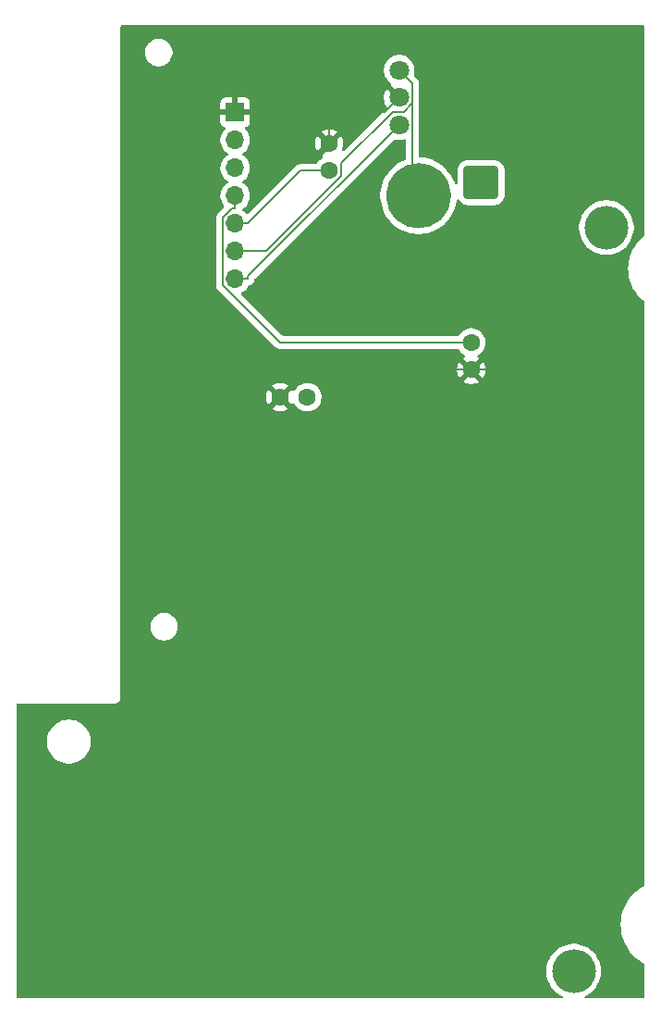
<source format=gbr>
%TF.GenerationSoftware,KiCad,Pcbnew,9.0.0*%
%TF.CreationDate,2025-04-14T10:39:45-04:00*%
%TF.ProjectId,rightPCB,72696768-7450-4434-922e-6b696361645f,rev?*%
%TF.SameCoordinates,Original*%
%TF.FileFunction,Copper,L2,Bot*%
%TF.FilePolarity,Positive*%
%FSLAX46Y46*%
G04 Gerber Fmt 4.6, Leading zero omitted, Abs format (unit mm)*
G04 Created by KiCad (PCBNEW 9.0.0) date 2025-04-14 10:39:45*
%MOMM*%
%LPD*%
G01*
G04 APERTURE LIST*
G04 Aperture macros list*
%AMRoundRect*
0 Rectangle with rounded corners*
0 $1 Rounding radius*
0 $2 $3 $4 $5 $6 $7 $8 $9 X,Y pos of 4 corners*
0 Add a 4 corners polygon primitive as box body*
4,1,4,$2,$3,$4,$5,$6,$7,$8,$9,$2,$3,0*
0 Add four circle primitives for the rounded corners*
1,1,$1+$1,$2,$3*
1,1,$1+$1,$4,$5*
1,1,$1+$1,$6,$7*
1,1,$1+$1,$8,$9*
0 Add four rect primitives between the rounded corners*
20,1,$1+$1,$2,$3,$4,$5,0*
20,1,$1+$1,$4,$5,$6,$7,0*
20,1,$1+$1,$6,$7,$8,$9,0*
20,1,$1+$1,$8,$9,$2,$3,0*%
G04 Aperture macros list end*
%TA.AperFunction,Conductor*%
%ADD10C,3.000000*%
%TD*%
%TA.AperFunction,ComponentPad*%
%ADD11C,1.600000*%
%TD*%
%TA.AperFunction,ComponentPad*%
%ADD12R,1.700000X1.700000*%
%TD*%
%TA.AperFunction,ComponentPad*%
%ADD13O,1.700000X1.700000*%
%TD*%
%TA.AperFunction,ComponentPad*%
%ADD14RoundRect,0.465000X1.185000X-1.085000X1.185000X1.085000X-1.185000X1.085000X-1.185000X-1.085000X0*%
%TD*%
%TA.AperFunction,ComponentPad*%
%ADD15C,1.800000*%
%TD*%
%TA.AperFunction,ComponentPad*%
%ADD16O,4.000000X4.000000*%
%TD*%
%TA.AperFunction,ViaPad*%
%ADD17C,0.600000*%
%TD*%
%TA.AperFunction,Conductor*%
%ADD18C,0.200000*%
%TD*%
G04 APERTURE END LIST*
D10*
%TO.N,/Brightness_B*%
X218682550Y-76086000D02*
G75*
G02*
X215682350Y-76086000I-1500100J0D01*
G01*
X215682350Y-76086000D02*
G75*
G02*
X218682550Y-76086000I1500100J0D01*
G01*
%TO.N,GND*%
X215761550Y-104280000D02*
G75*
G02*
X212761350Y-104280000I-1500100J0D01*
G01*
X212761350Y-104280000D02*
G75*
G02*
X215761550Y-104280000I1500100J0D01*
G01*
X231763550Y-92469000D02*
G75*
G02*
X228763350Y-92469000I-1500100J0D01*
G01*
X228763350Y-92469000D02*
G75*
G02*
X231763550Y-92469000I1500100J0D01*
G01*
%TD*%
D11*
%TO.P,C2,1*%
%TO.N,GND*%
X204500000Y-94500000D03*
%TO.P,C2,2*%
%TO.N,/1*%
X207000000Y-94500000D03*
%TD*%
D12*
%TO.P,J1,1,Pin_1*%
%TO.N,GND*%
X200390600Y-68464100D03*
D13*
%TO.P,J1,2,Pin_2*%
%TO.N,/3v3*%
X200390600Y-71004100D03*
%TO.P,J1,3,Pin_3*%
%TO.N,/1*%
X200390600Y-73544100D03*
%TO.P,J1,4,Pin_4*%
%TO.N,/2*%
X200390600Y-76084100D03*
%TO.P,J1,5,Pin_5*%
%TO.N,/Start*%
X200390600Y-78624100D03*
%TO.P,J1,6,Pin_6*%
%TO.N,/Brightness_B*%
X200390600Y-81164100D03*
%TO.P,J1,7,Pin_7*%
%TO.N,/Brightness_A*%
X200390600Y-83704100D03*
%TD*%
D11*
%TO.P,C3,1*%
%TO.N,GND*%
X222000000Y-92000000D03*
%TO.P,C3,2*%
%TO.N,/2*%
X222000000Y-89500000D03*
%TD*%
%TO.P,C1,1*%
%TO.N,GND*%
X209000000Y-71300000D03*
%TO.P,C1,2*%
%TO.N,/Start*%
X209000000Y-73800000D03*
%TD*%
D14*
%TO.P,SW5,*%
%TO.N,*%
X222900000Y-74900000D03*
D15*
%TO.P,SW5,A,A*%
%TO.N,/Brightness_A*%
X215400000Y-69600000D03*
%TO.P,SW5,B,B*%
%TO.N,/Brightness_B*%
X215400000Y-64600000D03*
%TO.P,SW5,C,C*%
%TO.N,GND*%
X215400000Y-67100000D03*
%TD*%
D16*
%TO.P,Pad_gge24780,1*%
%TO.N,N/C*%
X234391500Y-78999900D03*
%TD*%
%TO.P,Pad_gge24769,1*%
%TO.N,N/C*%
X231391500Y-147000000D03*
%TD*%
D17*
%TO.N,GND*%
X228226000Y-95331500D03*
%TD*%
D18*
%TO.N,GND*%
X222000000Y-92000000D02*
X224894000Y-92000000D01*
X207000000Y-92000000D02*
X222000000Y-92000000D01*
X214036000Y-68464100D02*
X215400000Y-67100000D01*
X209000000Y-71300000D02*
X209000000Y-68464100D01*
X200391000Y-68464100D02*
X209000000Y-68464100D01*
X209000000Y-68464100D02*
X214036000Y-68464100D01*
X204500000Y-94500000D02*
X207000000Y-92000000D01*
X224894000Y-92000000D02*
X228226000Y-95331500D01*
%TO.N,/Start*%
X200391000Y-78624100D02*
X201542000Y-78624100D01*
X206366000Y-73800000D02*
X209000000Y-73800000D01*
X200391000Y-78624100D02*
X200390600Y-78624100D01*
X201542000Y-78624100D02*
X206366000Y-73800000D01*
%TO.N,/2*%
X200103000Y-77235800D02*
X199233000Y-78105900D01*
X199233000Y-78105900D02*
X199233000Y-84243000D01*
X200391000Y-77235800D02*
X200103000Y-77235800D01*
X200391000Y-76659900D02*
X200391000Y-77235800D01*
X200391000Y-76084100D02*
X200391000Y-76659900D01*
X200390600Y-76659500D02*
X200390600Y-76084100D01*
X200391000Y-76659900D02*
X200390600Y-76659500D01*
X204490000Y-89500000D02*
X222000000Y-89500000D01*
X199233000Y-84243000D02*
X204490000Y-89500000D01*
%TO.N,/Brightness_A*%
X200391000Y-83704100D02*
X201542000Y-83704100D01*
X200391000Y-83704100D02*
X200390600Y-83704100D01*
X201542000Y-83457700D02*
X215400000Y-69600000D01*
X201542000Y-83704100D02*
X201542000Y-83457700D01*
%TO.N,/Brightness_B*%
X215400000Y-64600000D02*
X216625000Y-65825400D01*
X210102000Y-74256400D02*
X203194000Y-81164100D01*
X216625000Y-67579100D02*
X215806000Y-68398300D01*
X216625000Y-67579100D02*
X216625000Y-75143350D01*
X215806000Y-68398300D02*
X214814000Y-68398300D01*
X216625000Y-65825400D02*
X216625000Y-67579100D01*
X200391000Y-81164100D02*
X200390600Y-81164100D01*
X203194000Y-81164100D02*
X200391000Y-81164100D01*
X210102000Y-73110800D02*
X210102000Y-74256400D01*
X216625000Y-75143350D02*
X215682350Y-76086000D01*
X214814000Y-68398300D02*
X210102000Y-73110800D01*
%TD*%
%TA.AperFunction,Conductor*%
%TO.N,GND*%
G36*
X237766952Y-60500696D02*
G01*
X237833990Y-60520381D01*
X237879745Y-60573185D01*
X237890950Y-60624696D01*
X237890950Y-79674542D01*
X237871265Y-79741581D01*
X237842822Y-79772621D01*
X237686876Y-79893258D01*
X237424167Y-80140194D01*
X237186352Y-80411179D01*
X237186350Y-80411181D01*
X236975624Y-80703714D01*
X236793906Y-81015129D01*
X236793906Y-81015130D01*
X236642900Y-81342507D01*
X236642895Y-81342521D01*
X236523979Y-81682867D01*
X236523978Y-81682869D01*
X236477696Y-81871915D01*
X236438242Y-82033071D01*
X236422896Y-82138861D01*
X236386481Y-82389880D01*
X236369176Y-82749998D01*
X236369176Y-82750001D01*
X236386481Y-83110120D01*
X236386482Y-83110125D01*
X236422895Y-83361139D01*
X236438243Y-83466934D01*
X236523978Y-83817128D01*
X236523981Y-83817140D01*
X236642896Y-84157479D01*
X236642901Y-84157493D01*
X236793909Y-84484877D01*
X236793911Y-84484881D01*
X236975624Y-84796286D01*
X237186348Y-85088814D01*
X237186348Y-85088815D01*
X237424167Y-85359806D01*
X237424169Y-85359808D01*
X237686874Y-85606740D01*
X237686877Y-85606742D01*
X237686885Y-85606749D01*
X237842821Y-85727377D01*
X237883803Y-85783966D01*
X237890950Y-85825456D01*
X237890950Y-139101374D01*
X237871265Y-139168413D01*
X237823735Y-139211608D01*
X237689679Y-139280664D01*
X237689667Y-139280671D01*
X237368903Y-139486678D01*
X237368896Y-139486683D01*
X237069142Y-139722283D01*
X237069142Y-139722284D01*
X236793166Y-139985298D01*
X236543440Y-140273373D01*
X236543440Y-140273374D01*
X236322238Y-140583888D01*
X236131557Y-140914040D01*
X235973140Y-141260808D01*
X235848413Y-141621066D01*
X235758500Y-141991577D01*
X235704228Y-142368940D01*
X235704228Y-142368942D01*
X235686083Y-142749739D01*
X235686083Y-142749760D01*
X235704228Y-143130557D01*
X235704228Y-143130559D01*
X235758500Y-143507922D01*
X235758501Y-143507929D01*
X235758502Y-143507931D01*
X235848411Y-143878426D01*
X235973141Y-144238693D01*
X236088109Y-144490355D01*
X236121430Y-144563293D01*
X236131561Y-144585468D01*
X236322236Y-144915608D01*
X236543439Y-145226123D01*
X236543441Y-145226125D01*
X236543441Y-145226126D01*
X236793167Y-145514201D01*
X237069131Y-145777208D01*
X237069163Y-145777235D01*
X237368886Y-146012809D01*
X237368904Y-146012821D01*
X237684957Y-146215803D01*
X237689681Y-146218837D01*
X237823735Y-146287891D01*
X237874317Y-146336088D01*
X237890950Y-146398124D01*
X237890950Y-149375500D01*
X237871265Y-149442539D01*
X237818461Y-149488294D01*
X237766950Y-149499500D01*
X232507580Y-149499500D01*
X232440541Y-149479815D01*
X232394786Y-149427011D01*
X232384842Y-149357853D01*
X232413867Y-149294297D01*
X232453779Y-149263780D01*
X232602939Y-149191948D01*
X232602939Y-149191947D01*
X232602945Y-149191945D01*
X232840748Y-149042523D01*
X233060325Y-148867416D01*
X233258916Y-148668825D01*
X233434023Y-148449248D01*
X233583445Y-148211445D01*
X233705301Y-147958408D01*
X233798060Y-147693318D01*
X233860555Y-147419509D01*
X233892000Y-147140425D01*
X233892000Y-146859575D01*
X233860555Y-146580491D01*
X233798060Y-146306682D01*
X233791484Y-146287890D01*
X233767322Y-146218837D01*
X233705301Y-146041592D01*
X233583445Y-145788555D01*
X233434023Y-145550752D01*
X233258916Y-145331175D01*
X233060325Y-145132584D01*
X232840748Y-144957477D01*
X232602945Y-144808055D01*
X232602942Y-144808053D01*
X232349911Y-144686200D01*
X232084829Y-144593443D01*
X232084817Y-144593439D01*
X231811012Y-144530945D01*
X231810994Y-144530942D01*
X231531931Y-144499500D01*
X231531925Y-144499500D01*
X231251075Y-144499500D01*
X231251068Y-144499500D01*
X230972005Y-144530942D01*
X230971987Y-144530945D01*
X230698182Y-144593439D01*
X230698170Y-144593443D01*
X230433088Y-144686200D01*
X230180057Y-144808053D01*
X229942253Y-144957476D01*
X229722675Y-145132583D01*
X229524083Y-145331175D01*
X229348976Y-145550753D01*
X229199553Y-145788557D01*
X229077700Y-146041588D01*
X228984943Y-146306670D01*
X228984939Y-146306682D01*
X228922445Y-146580487D01*
X228922442Y-146580505D01*
X228891000Y-146859568D01*
X228891000Y-147140431D01*
X228922442Y-147419494D01*
X228922445Y-147419512D01*
X228984939Y-147693317D01*
X228984943Y-147693329D01*
X229077700Y-147958411D01*
X229199553Y-148211442D01*
X229199555Y-148211445D01*
X229348977Y-148449248D01*
X229524084Y-148668825D01*
X229722675Y-148867416D01*
X229942252Y-149042523D01*
X230180055Y-149191945D01*
X230180060Y-149191948D01*
X230329221Y-149263780D01*
X230381081Y-149310602D01*
X230399394Y-149378029D01*
X230378346Y-149444653D01*
X230324620Y-149489322D01*
X230275420Y-149499500D01*
X180515950Y-149499500D01*
X180448911Y-149479815D01*
X180403156Y-149427011D01*
X180391950Y-149375500D01*
X180391950Y-125868872D01*
X183141300Y-125868872D01*
X183141300Y-126131127D01*
X183167923Y-126333339D01*
X183175530Y-126391116D01*
X183243402Y-126644418D01*
X183243405Y-126644428D01*
X183343753Y-126886690D01*
X183343758Y-126886700D01*
X183474875Y-127113803D01*
X183634518Y-127321851D01*
X183634526Y-127321860D01*
X183819940Y-127507274D01*
X183819948Y-127507281D01*
X184027996Y-127666924D01*
X184255099Y-127798041D01*
X184255109Y-127798046D01*
X184497371Y-127898394D01*
X184497381Y-127898398D01*
X184750684Y-127966270D01*
X185010680Y-128000500D01*
X185010687Y-128000500D01*
X185272913Y-128000500D01*
X185272920Y-128000500D01*
X185532916Y-127966270D01*
X185786219Y-127898398D01*
X186028497Y-127798043D01*
X186255603Y-127666924D01*
X186463651Y-127507282D01*
X186463655Y-127507277D01*
X186463660Y-127507274D01*
X186649074Y-127321860D01*
X186649077Y-127321855D01*
X186649082Y-127321851D01*
X186808724Y-127113803D01*
X186939843Y-126886697D01*
X187040198Y-126644419D01*
X187108070Y-126391116D01*
X187142300Y-126131120D01*
X187142300Y-125868880D01*
X187108070Y-125608884D01*
X187040198Y-125355581D01*
X187040194Y-125355571D01*
X186939846Y-125113309D01*
X186939841Y-125113299D01*
X186808724Y-124886196D01*
X186649081Y-124678148D01*
X186649074Y-124678140D01*
X186463660Y-124492726D01*
X186463651Y-124492718D01*
X186255603Y-124333075D01*
X186028500Y-124201958D01*
X186028490Y-124201953D01*
X185786228Y-124101605D01*
X185786221Y-124101603D01*
X185786219Y-124101602D01*
X185532916Y-124033730D01*
X185475139Y-124026123D01*
X185272927Y-123999500D01*
X185272920Y-123999500D01*
X185010680Y-123999500D01*
X185010672Y-123999500D01*
X184779572Y-124029926D01*
X184750684Y-124033730D01*
X184497381Y-124101602D01*
X184497371Y-124101605D01*
X184255109Y-124201953D01*
X184255099Y-124201958D01*
X184027996Y-124333075D01*
X183819948Y-124492718D01*
X183634518Y-124678148D01*
X183474875Y-124886196D01*
X183343758Y-125113299D01*
X183343753Y-125113309D01*
X183243405Y-125355571D01*
X183243402Y-125355581D01*
X183175530Y-125608885D01*
X183141300Y-125868872D01*
X180391950Y-125868872D01*
X180391950Y-122624500D01*
X180411635Y-122557461D01*
X180464439Y-122511706D01*
X180515950Y-122500500D01*
X189457340Y-122500500D01*
X189457342Y-122500500D01*
X189584636Y-122466392D01*
X189698764Y-122400500D01*
X189791950Y-122307314D01*
X189857842Y-122193186D01*
X189891950Y-122065892D01*
X189891950Y-115401477D01*
X192641000Y-115401477D01*
X192641000Y-115598322D01*
X192671790Y-115792726D01*
X192732617Y-115979929D01*
X192821976Y-116155305D01*
X192937672Y-116314546D01*
X193076854Y-116453728D01*
X193236095Y-116569424D01*
X193318955Y-116611643D01*
X193411470Y-116658782D01*
X193411472Y-116658782D01*
X193411475Y-116658784D01*
X193511817Y-116691387D01*
X193598673Y-116719609D01*
X193793078Y-116750400D01*
X193793083Y-116750400D01*
X193989922Y-116750400D01*
X194184326Y-116719609D01*
X194371525Y-116658784D01*
X194546905Y-116569424D01*
X194706146Y-116453728D01*
X194845328Y-116314546D01*
X194961024Y-116155305D01*
X195050384Y-115979925D01*
X195111209Y-115792726D01*
X195142000Y-115598322D01*
X195142000Y-115401477D01*
X195111209Y-115207073D01*
X195050382Y-115019870D01*
X194961023Y-114844494D01*
X194845328Y-114685254D01*
X194706146Y-114546072D01*
X194546905Y-114430376D01*
X194371529Y-114341017D01*
X194184326Y-114280190D01*
X193989922Y-114249400D01*
X193989917Y-114249400D01*
X193793083Y-114249400D01*
X193793078Y-114249400D01*
X193598673Y-114280190D01*
X193411470Y-114341017D01*
X193236094Y-114430376D01*
X193145241Y-114496385D01*
X193076854Y-114546072D01*
X193076852Y-114546074D01*
X193076851Y-114546074D01*
X192937674Y-114685251D01*
X192937674Y-114685252D01*
X192937672Y-114685254D01*
X192887985Y-114753641D01*
X192821976Y-114844494D01*
X192732617Y-115019870D01*
X192671790Y-115207073D01*
X192641000Y-115401477D01*
X189891950Y-115401477D01*
X189891950Y-94397682D01*
X203200000Y-94397682D01*
X203200000Y-94602317D01*
X203232009Y-94804417D01*
X203295244Y-94999031D01*
X203388141Y-95181350D01*
X203388147Y-95181359D01*
X203420523Y-95225921D01*
X203420524Y-95225922D01*
X204100000Y-94546446D01*
X204100000Y-94552661D01*
X204127259Y-94654394D01*
X204179920Y-94745606D01*
X204254394Y-94820080D01*
X204345606Y-94872741D01*
X204447339Y-94900000D01*
X204453553Y-94900000D01*
X203774076Y-95579474D01*
X203818650Y-95611859D01*
X204000968Y-95704755D01*
X204195582Y-95767990D01*
X204397683Y-95800000D01*
X204602317Y-95800000D01*
X204804417Y-95767990D01*
X204999031Y-95704755D01*
X205181349Y-95611859D01*
X205225921Y-95579474D01*
X204546447Y-94900000D01*
X204552661Y-94900000D01*
X204654394Y-94872741D01*
X204745606Y-94820080D01*
X204820080Y-94745606D01*
X204872741Y-94654394D01*
X204900000Y-94552661D01*
X204900000Y-94546447D01*
X205579474Y-95225921D01*
X205611859Y-95181349D01*
X205639233Y-95127624D01*
X205687207Y-95076827D01*
X205755028Y-95060031D01*
X205821163Y-95082567D01*
X205860203Y-95127621D01*
X205887713Y-95181611D01*
X206008028Y-95347213D01*
X206152786Y-95491971D01*
X206273226Y-95579474D01*
X206318390Y-95612287D01*
X206434607Y-95671503D01*
X206500776Y-95705218D01*
X206500778Y-95705218D01*
X206500781Y-95705220D01*
X206605137Y-95739127D01*
X206695465Y-95768477D01*
X206796557Y-95784488D01*
X206897648Y-95800500D01*
X206897649Y-95800500D01*
X207102351Y-95800500D01*
X207102352Y-95800500D01*
X207304534Y-95768477D01*
X207499219Y-95705220D01*
X207681610Y-95612287D01*
X207774590Y-95544732D01*
X207847213Y-95491971D01*
X207847215Y-95491968D01*
X207847219Y-95491966D01*
X207991966Y-95347219D01*
X207991968Y-95347215D01*
X207991971Y-95347213D01*
X208044732Y-95274590D01*
X208112287Y-95181610D01*
X208205220Y-94999219D01*
X208268477Y-94804534D01*
X208300500Y-94602352D01*
X208300500Y-94397648D01*
X208292257Y-94345606D01*
X208268477Y-94195465D01*
X208237458Y-94100000D01*
X208205220Y-94000781D01*
X208205218Y-94000778D01*
X208205218Y-94000776D01*
X208162750Y-93917429D01*
X208112287Y-93818390D01*
X208080092Y-93774077D01*
X207991971Y-93652786D01*
X207847213Y-93508028D01*
X207681613Y-93387715D01*
X207681612Y-93387714D01*
X207681610Y-93387713D01*
X207624653Y-93358691D01*
X207499223Y-93294781D01*
X207304534Y-93231522D01*
X207129995Y-93203878D01*
X207102352Y-93199500D01*
X206897648Y-93199500D01*
X206873329Y-93203351D01*
X206695465Y-93231522D01*
X206500776Y-93294781D01*
X206318386Y-93387715D01*
X206152786Y-93508028D01*
X206008028Y-93652786D01*
X205887714Y-93818386D01*
X205860203Y-93872379D01*
X205812227Y-93923174D01*
X205744406Y-93939968D01*
X205678272Y-93917429D01*
X205639234Y-93872376D01*
X205611861Y-93818652D01*
X205579474Y-93774077D01*
X205579474Y-93774076D01*
X204900000Y-94453551D01*
X204900000Y-94447339D01*
X204872741Y-94345606D01*
X204820080Y-94254394D01*
X204745606Y-94179920D01*
X204654394Y-94127259D01*
X204552661Y-94100000D01*
X204546446Y-94100000D01*
X205225922Y-93420524D01*
X205225921Y-93420523D01*
X205181359Y-93388147D01*
X205181350Y-93388141D01*
X204999031Y-93295244D01*
X204804417Y-93232009D01*
X204602317Y-93200000D01*
X204397683Y-93200000D01*
X204195582Y-93232009D01*
X204000968Y-93295244D01*
X203818644Y-93388143D01*
X203774077Y-93420523D01*
X203774077Y-93420524D01*
X204453554Y-94100000D01*
X204447339Y-94100000D01*
X204345606Y-94127259D01*
X204254394Y-94179920D01*
X204179920Y-94254394D01*
X204127259Y-94345606D01*
X204100000Y-94447339D01*
X204100000Y-94453553D01*
X203420524Y-93774077D01*
X203420523Y-93774077D01*
X203388143Y-93818644D01*
X203295244Y-94000968D01*
X203232009Y-94195582D01*
X203200000Y-94397682D01*
X189891950Y-94397682D01*
X189891950Y-78026877D01*
X198632495Y-78026877D01*
X198632495Y-78026996D01*
X198632495Y-78026997D01*
X198632500Y-78114719D01*
X198632500Y-84156330D01*
X198632499Y-84156348D01*
X198632499Y-84322054D01*
X198632498Y-84322054D01*
X198673423Y-84474785D01*
X198702358Y-84524900D01*
X198702359Y-84524904D01*
X198702360Y-84524904D01*
X198752479Y-84611714D01*
X198752481Y-84611717D01*
X198871349Y-84730585D01*
X198871354Y-84730589D01*
X204121284Y-89980520D01*
X204121286Y-89980521D01*
X204121290Y-89980524D01*
X204258209Y-90059573D01*
X204258216Y-90059577D01*
X204410943Y-90100501D01*
X204410945Y-90100501D01*
X204576654Y-90100501D01*
X204576670Y-90100500D01*
X220770398Y-90100500D01*
X220837437Y-90120185D01*
X220880883Y-90168205D01*
X220887715Y-90181614D01*
X221008028Y-90347213D01*
X221152786Y-90491971D01*
X221318385Y-90612284D01*
X221318387Y-90612285D01*
X221318390Y-90612287D01*
X221372378Y-90639795D01*
X221423174Y-90687769D01*
X221439969Y-90755590D01*
X221417432Y-90821725D01*
X221372378Y-90860765D01*
X221318644Y-90888143D01*
X221274077Y-90920523D01*
X221274077Y-90920524D01*
X221953554Y-91600000D01*
X221947339Y-91600000D01*
X221845606Y-91627259D01*
X221754394Y-91679920D01*
X221679920Y-91754394D01*
X221627259Y-91845606D01*
X221600000Y-91947339D01*
X221600000Y-91953553D01*
X220920524Y-91274077D01*
X220920523Y-91274077D01*
X220888143Y-91318644D01*
X220795244Y-91500968D01*
X220732009Y-91695582D01*
X220700000Y-91897682D01*
X220700000Y-92102317D01*
X220732009Y-92304417D01*
X220795244Y-92499031D01*
X220888141Y-92681350D01*
X220888147Y-92681359D01*
X220920523Y-92725921D01*
X220920524Y-92725922D01*
X221600000Y-92046446D01*
X221600000Y-92052661D01*
X221627259Y-92154394D01*
X221679920Y-92245606D01*
X221754394Y-92320080D01*
X221845606Y-92372741D01*
X221947339Y-92400000D01*
X221953553Y-92400000D01*
X221274076Y-93079474D01*
X221318650Y-93111859D01*
X221500968Y-93204755D01*
X221695582Y-93267990D01*
X221897683Y-93300000D01*
X222102317Y-93300000D01*
X222304417Y-93267990D01*
X222499031Y-93204755D01*
X222681349Y-93111859D01*
X222725921Y-93079474D01*
X222046447Y-92400000D01*
X222052661Y-92400000D01*
X222154394Y-92372741D01*
X222245606Y-92320080D01*
X222320080Y-92245606D01*
X222372741Y-92154394D01*
X222400000Y-92052661D01*
X222400000Y-92046447D01*
X223079474Y-92725921D01*
X223111859Y-92681349D01*
X223204755Y-92499031D01*
X223267990Y-92304417D01*
X223300000Y-92102317D01*
X223300000Y-91897682D01*
X223267990Y-91695582D01*
X223204755Y-91500968D01*
X223111859Y-91318650D01*
X223079474Y-91274077D01*
X223079474Y-91274076D01*
X222400000Y-91953551D01*
X222400000Y-91947339D01*
X222372741Y-91845606D01*
X222320080Y-91754394D01*
X222245606Y-91679920D01*
X222154394Y-91627259D01*
X222052661Y-91600000D01*
X222046446Y-91600000D01*
X222725922Y-90920524D01*
X222725921Y-90920523D01*
X222681359Y-90888147D01*
X222681350Y-90888141D01*
X222627621Y-90860765D01*
X222576825Y-90812791D01*
X222560030Y-90744970D01*
X222582567Y-90678835D01*
X222627621Y-90639795D01*
X222681610Y-90612287D01*
X222731144Y-90576298D01*
X222847213Y-90491971D01*
X222847215Y-90491968D01*
X222847219Y-90491966D01*
X222991966Y-90347219D01*
X222991968Y-90347215D01*
X222991971Y-90347213D01*
X223044732Y-90274590D01*
X223112287Y-90181610D01*
X223205220Y-89999219D01*
X223268477Y-89804534D01*
X223300500Y-89602352D01*
X223300500Y-89397648D01*
X223268477Y-89195466D01*
X223205220Y-89000781D01*
X223205218Y-89000778D01*
X223205218Y-89000776D01*
X223171503Y-88934607D01*
X223112287Y-88818390D01*
X223104556Y-88807749D01*
X222991971Y-88652786D01*
X222847213Y-88508028D01*
X222681613Y-88387715D01*
X222681612Y-88387714D01*
X222681610Y-88387713D01*
X222624653Y-88358691D01*
X222499223Y-88294781D01*
X222304534Y-88231522D01*
X222129995Y-88203878D01*
X222102352Y-88199500D01*
X221897648Y-88199500D01*
X221873329Y-88203351D01*
X221695465Y-88231522D01*
X221500776Y-88294781D01*
X221318386Y-88387715D01*
X221152786Y-88508028D01*
X221008028Y-88652786D01*
X220887715Y-88818385D01*
X220880883Y-88831795D01*
X220832909Y-88882591D01*
X220770398Y-88899500D01*
X204790098Y-88899500D01*
X204723059Y-88879815D01*
X204702417Y-88863181D01*
X200954095Y-85114860D01*
X200920610Y-85053537D01*
X200925594Y-84983845D01*
X200967466Y-84927912D01*
X200985481Y-84916694D01*
X201098416Y-84859151D01*
X201184950Y-84796281D01*
X201270386Y-84734209D01*
X201270388Y-84734206D01*
X201270392Y-84734204D01*
X201420704Y-84583892D01*
X201420706Y-84583888D01*
X201420709Y-84583886D01*
X201545650Y-84411917D01*
X201571990Y-84360222D01*
X201619963Y-84309426D01*
X201650372Y-84296744D01*
X201773784Y-84263677D01*
X201910716Y-84184620D01*
X202022520Y-84072816D01*
X202101577Y-83935884D01*
X202142500Y-83783157D01*
X202142500Y-83757801D01*
X202162185Y-83690762D01*
X202178816Y-83670123D01*
X214875781Y-70973430D01*
X214937103Y-70939948D01*
X215001778Y-70943183D01*
X215067806Y-70964636D01*
X215072049Y-70966015D01*
X215289778Y-71000500D01*
X215289779Y-71000500D01*
X215510221Y-71000500D01*
X215510222Y-71000500D01*
X215727951Y-70966015D01*
X215862183Y-70922400D01*
X215932023Y-70920406D01*
X215991856Y-70956486D01*
X216022684Y-71019187D01*
X216024500Y-71040332D01*
X216024500Y-72693762D01*
X216004815Y-72760801D01*
X215952011Y-72806556D01*
X215947953Y-72808323D01*
X215683943Y-72917679D01*
X215683938Y-72917681D01*
X215380622Y-73079807D01*
X215380604Y-73079818D01*
X215094624Y-73270904D01*
X214828749Y-73489102D01*
X214585552Y-73732299D01*
X214367354Y-73998174D01*
X214176268Y-74284154D01*
X214176257Y-74284172D01*
X214014131Y-74587488D01*
X214014129Y-74587493D01*
X213882506Y-74905259D01*
X213782661Y-75234403D01*
X213715561Y-75571736D01*
X213681850Y-75914030D01*
X213681850Y-76257969D01*
X213715561Y-76600263D01*
X213782661Y-76937596D01*
X213882506Y-77266740D01*
X214014129Y-77584506D01*
X214014131Y-77584511D01*
X214176257Y-77887827D01*
X214176268Y-77887845D01*
X214367354Y-78173825D01*
X214585552Y-78439700D01*
X214828749Y-78682897D01*
X215094624Y-78901095D01*
X215094630Y-78901099D01*
X215380611Y-79092186D01*
X215380620Y-79092191D01*
X215380622Y-79092192D01*
X215683938Y-79254318D01*
X215683940Y-79254318D01*
X215683946Y-79254322D01*
X216001711Y-79385944D01*
X216330848Y-79485787D01*
X216668186Y-79552888D01*
X217010477Y-79586600D01*
X217010480Y-79586600D01*
X217354420Y-79586600D01*
X217354423Y-79586600D01*
X217696714Y-79552888D01*
X218034052Y-79485787D01*
X218363189Y-79385944D01*
X218680954Y-79254322D01*
X218984289Y-79092186D01*
X219270270Y-78901099D01*
X219270275Y-78901095D01*
X219320998Y-78859468D01*
X231891000Y-78859468D01*
X231891000Y-79140331D01*
X231922442Y-79419394D01*
X231922445Y-79419412D01*
X231984939Y-79693217D01*
X231984943Y-79693229D01*
X232077700Y-79958311D01*
X232199553Y-80211342D01*
X232199555Y-80211345D01*
X232348977Y-80449148D01*
X232524084Y-80668725D01*
X232722675Y-80867316D01*
X232942252Y-81042423D01*
X233180055Y-81191845D01*
X233433092Y-81313701D01*
X233632180Y-81383365D01*
X233698170Y-81406456D01*
X233698182Y-81406460D01*
X233971991Y-81468955D01*
X233971997Y-81468955D01*
X233972005Y-81468957D01*
X234158047Y-81489918D01*
X234251069Y-81500399D01*
X234251072Y-81500400D01*
X234251075Y-81500400D01*
X234531928Y-81500400D01*
X234531929Y-81500399D01*
X234674555Y-81484329D01*
X234810994Y-81468957D01*
X234810999Y-81468956D01*
X234811009Y-81468955D01*
X235084818Y-81406460D01*
X235349908Y-81313701D01*
X235602945Y-81191845D01*
X235840748Y-81042423D01*
X236060325Y-80867316D01*
X236258916Y-80668725D01*
X236434023Y-80449148D01*
X236583445Y-80211345D01*
X236705301Y-79958308D01*
X236798060Y-79693218D01*
X236860555Y-79419409D01*
X236892000Y-79140325D01*
X236892000Y-78859475D01*
X236860555Y-78580391D01*
X236798060Y-78306582D01*
X236705301Y-78041492D01*
X236583445Y-77788455D01*
X236434023Y-77550652D01*
X236258916Y-77331075D01*
X236060325Y-77132484D01*
X235840748Y-76957377D01*
X235602945Y-76807955D01*
X235602942Y-76807953D01*
X235349911Y-76686100D01*
X235084829Y-76593343D01*
X235084817Y-76593339D01*
X234811012Y-76530845D01*
X234810994Y-76530842D01*
X234531931Y-76499400D01*
X234531925Y-76499400D01*
X234251075Y-76499400D01*
X234251068Y-76499400D01*
X233972005Y-76530842D01*
X233971987Y-76530845D01*
X233698182Y-76593339D01*
X233698170Y-76593343D01*
X233433088Y-76686100D01*
X233180057Y-76807953D01*
X232942253Y-76957376D01*
X232722675Y-77132483D01*
X232524083Y-77331075D01*
X232348976Y-77550653D01*
X232199553Y-77788457D01*
X232077700Y-78041488D01*
X231984943Y-78306570D01*
X231984939Y-78306582D01*
X231922445Y-78580387D01*
X231922442Y-78580405D01*
X231891000Y-78859468D01*
X219320998Y-78859468D01*
X219442027Y-78760143D01*
X219483232Y-78726325D01*
X219536145Y-78682902D01*
X219779352Y-78439695D01*
X219997549Y-78173820D01*
X220188636Y-77887839D01*
X220350772Y-77584504D01*
X220482394Y-77266739D01*
X220582237Y-76937602D01*
X220649338Y-76600264D01*
X220655812Y-76534529D01*
X220681972Y-76469743D01*
X220739006Y-76429383D01*
X220808806Y-76426266D01*
X220869211Y-76461380D01*
X220889121Y-76489268D01*
X220894414Y-76499400D01*
X220904677Y-76519048D01*
X221028767Y-76671232D01*
X221152858Y-76772415D01*
X221180952Y-76795323D01*
X221355001Y-76886238D01*
X221543788Y-76940257D01*
X221658998Y-76950500D01*
X221659004Y-76950500D01*
X224140996Y-76950500D01*
X224141002Y-76950500D01*
X224256212Y-76940257D01*
X224444999Y-76886238D01*
X224619048Y-76795323D01*
X224771232Y-76671232D01*
X224895323Y-76519048D01*
X224986238Y-76344999D01*
X225040257Y-76156212D01*
X225050500Y-76041002D01*
X225050500Y-73758998D01*
X225040257Y-73643788D01*
X224986238Y-73455001D01*
X224895323Y-73280952D01*
X224828906Y-73199499D01*
X224771232Y-73128767D01*
X224619048Y-73004677D01*
X224444999Y-72913762D01*
X224256212Y-72859743D01*
X224256209Y-72859742D01*
X224178625Y-72852844D01*
X224141002Y-72849500D01*
X221658998Y-72849500D01*
X221630780Y-72852008D01*
X221543790Y-72859742D01*
X221355003Y-72913761D01*
X221180951Y-73004677D01*
X221028767Y-73128767D01*
X220904677Y-73280951D01*
X220813761Y-73455003D01*
X220759742Y-73643790D01*
X220749500Y-73759001D01*
X220749500Y-74949851D01*
X220729815Y-75016890D01*
X220677011Y-75062645D01*
X220607853Y-75072589D01*
X220544297Y-75043564D01*
X220506840Y-74985848D01*
X220482394Y-74905261D01*
X220350772Y-74587496D01*
X220343667Y-74574204D01*
X220188642Y-74284172D01*
X220188641Y-74284170D01*
X220188636Y-74284161D01*
X219997549Y-73998180D01*
X219997545Y-73998174D01*
X219779347Y-73732299D01*
X219536150Y-73489102D01*
X219270275Y-73270904D01*
X218984295Y-73079818D01*
X218984294Y-73079817D01*
X218984289Y-73079814D01*
X218984284Y-73079811D01*
X218984277Y-73079807D01*
X218680961Y-72917681D01*
X218680956Y-72917679D01*
X218363190Y-72786056D01*
X218034046Y-72686211D01*
X217696712Y-72619111D01*
X217696713Y-72619111D01*
X217438913Y-72593721D01*
X217354423Y-72585400D01*
X217354420Y-72585400D01*
X217349500Y-72585400D01*
X217282461Y-72565715D01*
X217236706Y-72512911D01*
X217225500Y-72461400D01*
X217225500Y-67658121D01*
X217225510Y-67658084D01*
X217225500Y-67574866D01*
X217225500Y-67500043D01*
X217225500Y-65825497D01*
X217225513Y-65746440D01*
X217225511Y-65746433D01*
X217225510Y-65746420D01*
X217225500Y-65746350D01*
X217225500Y-65746343D01*
X217204029Y-65666211D01*
X217184614Y-65593706D01*
X217184604Y-65593666D01*
X217184602Y-65593660D01*
X217143748Y-65522899D01*
X217143743Y-65522878D01*
X217143739Y-65522881D01*
X217105583Y-65456767D01*
X217105523Y-65456689D01*
X217105520Y-65456684D01*
X217047324Y-65398488D01*
X216773346Y-65124421D01*
X216739872Y-65063095D01*
X216743110Y-64998442D01*
X216766015Y-64927951D01*
X216800500Y-64710222D01*
X216800500Y-64489778D01*
X216766015Y-64272049D01*
X216700212Y-64069524D01*
X216697896Y-64062396D01*
X216697895Y-64062393D01*
X216642577Y-63953828D01*
X216597815Y-63865978D01*
X216560520Y-63814646D01*
X216468247Y-63687641D01*
X216468243Y-63687636D01*
X216312363Y-63531756D01*
X216312358Y-63531752D01*
X216134025Y-63402187D01*
X216134024Y-63402186D01*
X216134022Y-63402185D01*
X216071096Y-63370122D01*
X215937606Y-63302104D01*
X215937603Y-63302103D01*
X215727952Y-63233985D01*
X215619086Y-63216742D01*
X215510222Y-63199500D01*
X215289778Y-63199500D01*
X215217201Y-63210995D01*
X215072047Y-63233985D01*
X214862396Y-63302103D01*
X214862393Y-63302104D01*
X214665974Y-63402187D01*
X214487641Y-63531752D01*
X214487636Y-63531756D01*
X214331756Y-63687636D01*
X214331752Y-63687641D01*
X214202187Y-63865974D01*
X214102104Y-64062393D01*
X214102103Y-64062396D01*
X214033985Y-64272047D01*
X213999500Y-64489778D01*
X213999500Y-64710221D01*
X214033985Y-64927952D01*
X214102103Y-65137603D01*
X214102104Y-65137606D01*
X214202187Y-65334025D01*
X214331752Y-65512358D01*
X214331756Y-65512363D01*
X214487636Y-65668243D01*
X214487641Y-65668247D01*
X214600151Y-65749990D01*
X214642817Y-65805319D01*
X214648796Y-65874933D01*
X214616191Y-65936728D01*
X214602513Y-65948579D01*
X214602485Y-65948932D01*
X215152511Y-66498958D01*
X215092110Y-66523978D01*
X214985649Y-66595112D01*
X214895112Y-66685649D01*
X214823978Y-66792110D01*
X214798958Y-66852511D01*
X214248932Y-66302485D01*
X214248931Y-66302485D01*
X214202616Y-66366233D01*
X214102567Y-66562589D01*
X214034473Y-66772164D01*
X214000000Y-66989818D01*
X214000000Y-67210181D01*
X214034473Y-67427835D01*
X214102567Y-67637410D01*
X214202613Y-67833760D01*
X214277842Y-67937303D01*
X214301322Y-68003110D01*
X214285497Y-68071164D01*
X214265210Y-68097866D01*
X210384684Y-71978804D01*
X210323363Y-72012292D01*
X210253671Y-72007311D01*
X210197735Y-71965443D01*
X210173314Y-71899980D01*
X210186514Y-71834831D01*
X210204754Y-71799033D01*
X210267990Y-71604417D01*
X210300000Y-71402317D01*
X210300000Y-71197682D01*
X210267990Y-70995582D01*
X210204755Y-70800968D01*
X210111859Y-70618650D01*
X210079474Y-70574077D01*
X210079474Y-70574076D01*
X209400000Y-71253553D01*
X209400000Y-71247339D01*
X209372741Y-71145606D01*
X209320080Y-71054394D01*
X209245606Y-70979920D01*
X209154394Y-70927259D01*
X209052661Y-70900000D01*
X209046446Y-70900000D01*
X209725922Y-70220524D01*
X209725921Y-70220523D01*
X209681359Y-70188147D01*
X209681350Y-70188141D01*
X209499031Y-70095244D01*
X209304417Y-70032009D01*
X209102317Y-70000000D01*
X208897683Y-70000000D01*
X208695582Y-70032009D01*
X208500968Y-70095244D01*
X208318644Y-70188143D01*
X208274077Y-70220523D01*
X208274077Y-70220524D01*
X208953554Y-70900000D01*
X208947339Y-70900000D01*
X208845606Y-70927259D01*
X208754394Y-70979920D01*
X208679920Y-71054394D01*
X208627259Y-71145606D01*
X208600000Y-71247339D01*
X208600000Y-71253553D01*
X207920524Y-70574077D01*
X207920523Y-70574077D01*
X207888143Y-70618644D01*
X207795244Y-70800968D01*
X207732009Y-70995582D01*
X207700000Y-71197682D01*
X207700000Y-71402317D01*
X207732009Y-71604417D01*
X207795244Y-71799031D01*
X207888141Y-71981350D01*
X207888147Y-71981359D01*
X207920523Y-72025921D01*
X207920524Y-72025922D01*
X208600000Y-71346446D01*
X208600000Y-71352661D01*
X208627259Y-71454394D01*
X208679920Y-71545606D01*
X208754394Y-71620080D01*
X208845606Y-71672741D01*
X208947339Y-71700000D01*
X208953553Y-71700000D01*
X208274076Y-72379474D01*
X208318652Y-72411861D01*
X208372376Y-72439234D01*
X208423172Y-72487208D01*
X208439968Y-72555028D01*
X208417431Y-72621164D01*
X208372379Y-72660203D01*
X208318386Y-72687714D01*
X208152786Y-72808028D01*
X208008028Y-72952786D01*
X207887715Y-73118385D01*
X207880883Y-73131795D01*
X207832909Y-73182591D01*
X207770398Y-73199500D01*
X206452662Y-73199500D01*
X206452645Y-73199499D01*
X206286937Y-73199499D01*
X206286933Y-73199500D01*
X206202288Y-73222182D01*
X206202280Y-73222184D01*
X206199278Y-73222989D01*
X206134216Y-73240423D01*
X206134211Y-73240425D01*
X206134210Y-73240426D01*
X206119627Y-73248844D01*
X206119621Y-73248847D01*
X206102715Y-73258608D01*
X206093923Y-73263685D01*
X206064018Y-73280951D01*
X205997283Y-73319480D01*
X205997279Y-73319482D01*
X205997280Y-73319483D01*
X205997279Y-73319484D01*
X205967264Y-73349500D01*
X205885480Y-73431284D01*
X205885478Y-73431286D01*
X205881140Y-73435625D01*
X205881137Y-73435626D01*
X201584306Y-77732546D01*
X201522983Y-77766032D01*
X201453292Y-77761048D01*
X201408943Y-77732547D01*
X201270386Y-77593990D01*
X201098415Y-77469048D01*
X201098412Y-77469046D01*
X201089650Y-77464581D01*
X201038856Y-77416605D01*
X201022063Y-77348783D01*
X201044603Y-77282649D01*
X201089656Y-77243614D01*
X201098416Y-77239151D01*
X201190272Y-77172413D01*
X201270386Y-77114209D01*
X201270388Y-77114206D01*
X201270392Y-77114204D01*
X201420704Y-76963892D01*
X201420706Y-76963888D01*
X201420709Y-76963886D01*
X201533998Y-76807955D01*
X201545651Y-76791916D01*
X201642157Y-76602512D01*
X201707846Y-76400343D01*
X201741100Y-76190387D01*
X201741100Y-75977813D01*
X201707846Y-75767857D01*
X201642157Y-75565688D01*
X201545651Y-75376284D01*
X201545649Y-75376281D01*
X201545648Y-75376279D01*
X201420709Y-75204313D01*
X201270386Y-75053990D01*
X201098420Y-74929051D01*
X201097715Y-74928691D01*
X201089654Y-74924585D01*
X201038859Y-74876612D01*
X201022063Y-74808792D01*
X201044599Y-74742656D01*
X201089654Y-74703615D01*
X201098416Y-74699151D01*
X201169903Y-74647213D01*
X201270386Y-74574209D01*
X201270388Y-74574206D01*
X201270392Y-74574204D01*
X201420704Y-74423892D01*
X201420706Y-74423888D01*
X201420709Y-74423886D01*
X201545648Y-74251920D01*
X201545647Y-74251920D01*
X201545651Y-74251916D01*
X201642157Y-74062512D01*
X201707846Y-73860343D01*
X201741100Y-73650387D01*
X201741100Y-73437813D01*
X201707846Y-73227857D01*
X201642157Y-73025688D01*
X201545651Y-72836284D01*
X201545649Y-72836281D01*
X201545648Y-72836279D01*
X201420709Y-72664313D01*
X201270386Y-72513990D01*
X201098420Y-72389051D01*
X201097715Y-72388691D01*
X201089654Y-72384585D01*
X201038859Y-72336612D01*
X201022063Y-72268792D01*
X201044599Y-72202656D01*
X201089654Y-72163615D01*
X201098416Y-72159151D01*
X201120389Y-72143186D01*
X201270386Y-72034209D01*
X201270388Y-72034206D01*
X201270392Y-72034204D01*
X201420704Y-71883892D01*
X201420706Y-71883888D01*
X201420709Y-71883886D01*
X201545648Y-71711920D01*
X201545647Y-71711920D01*
X201545651Y-71711916D01*
X201642157Y-71522512D01*
X201707846Y-71320343D01*
X201741100Y-71110387D01*
X201741100Y-70897813D01*
X201707846Y-70687857D01*
X201642157Y-70485688D01*
X201545651Y-70296284D01*
X201545650Y-70296282D01*
X201420709Y-70124313D01*
X201306781Y-70010385D01*
X201273296Y-69949062D01*
X201278280Y-69879370D01*
X201320152Y-69823437D01*
X201351129Y-69806522D01*
X201482686Y-69757454D01*
X201482693Y-69757450D01*
X201597787Y-69671290D01*
X201597790Y-69671287D01*
X201683950Y-69556193D01*
X201683954Y-69556186D01*
X201734196Y-69421479D01*
X201734198Y-69421472D01*
X201740599Y-69361944D01*
X201740600Y-69361927D01*
X201740600Y-68714100D01*
X200823612Y-68714100D01*
X200856525Y-68657093D01*
X200890600Y-68529926D01*
X200890600Y-68398274D01*
X200856525Y-68271107D01*
X200823612Y-68214100D01*
X201740600Y-68214100D01*
X201740600Y-67566272D01*
X201740599Y-67566255D01*
X201734198Y-67506727D01*
X201734196Y-67506720D01*
X201683954Y-67372013D01*
X201683950Y-67372006D01*
X201597790Y-67256912D01*
X201597787Y-67256909D01*
X201482693Y-67170749D01*
X201482686Y-67170745D01*
X201347979Y-67120503D01*
X201347972Y-67120501D01*
X201288444Y-67114100D01*
X200640600Y-67114100D01*
X200640600Y-68031088D01*
X200583593Y-67998175D01*
X200456426Y-67964100D01*
X200324774Y-67964100D01*
X200197607Y-67998175D01*
X200140600Y-68031088D01*
X200140600Y-67114100D01*
X199492755Y-67114100D01*
X199433227Y-67120501D01*
X199433220Y-67120503D01*
X199298513Y-67170745D01*
X199298506Y-67170749D01*
X199183412Y-67256909D01*
X199183409Y-67256912D01*
X199097249Y-67372006D01*
X199097245Y-67372013D01*
X199047003Y-67506720D01*
X199047001Y-67506727D01*
X199040600Y-67566255D01*
X199040600Y-68214100D01*
X199957588Y-68214100D01*
X199924675Y-68271107D01*
X199890600Y-68398274D01*
X199890600Y-68529926D01*
X199924675Y-68657093D01*
X199957588Y-68714100D01*
X199040600Y-68714100D01*
X199040600Y-69361944D01*
X199047001Y-69421472D01*
X199047003Y-69421479D01*
X199097245Y-69556186D01*
X199097249Y-69556193D01*
X199183409Y-69671287D01*
X199183412Y-69671290D01*
X199298506Y-69757450D01*
X199298513Y-69757454D01*
X199430070Y-69806522D01*
X199486004Y-69848393D01*
X199510421Y-69913858D01*
X199495569Y-69982131D01*
X199474419Y-70010385D01*
X199360489Y-70124315D01*
X199235551Y-70296279D01*
X199139044Y-70485685D01*
X199073353Y-70687860D01*
X199040100Y-70897813D01*
X199040100Y-71110386D01*
X199073353Y-71320339D01*
X199139044Y-71522514D01*
X199235551Y-71711920D01*
X199360490Y-71883886D01*
X199510813Y-72034209D01*
X199682782Y-72159150D01*
X199691546Y-72163616D01*
X199742342Y-72211591D01*
X199759136Y-72279412D01*
X199736598Y-72345547D01*
X199691546Y-72384584D01*
X199682782Y-72389049D01*
X199510813Y-72513990D01*
X199360490Y-72664313D01*
X199235551Y-72836279D01*
X199139044Y-73025685D01*
X199073353Y-73227860D01*
X199054087Y-73349501D01*
X199040100Y-73437813D01*
X199040100Y-73650387D01*
X199073354Y-73860343D01*
X199118140Y-73998180D01*
X199139044Y-74062514D01*
X199235551Y-74251920D01*
X199360490Y-74423886D01*
X199510813Y-74574209D01*
X199682782Y-74699150D01*
X199691546Y-74703616D01*
X199742342Y-74751591D01*
X199759136Y-74819412D01*
X199736598Y-74885547D01*
X199691546Y-74924584D01*
X199682782Y-74929049D01*
X199510813Y-75053990D01*
X199360490Y-75204313D01*
X199235551Y-75376279D01*
X199139044Y-75565685D01*
X199073353Y-75767860D01*
X199050203Y-75914027D01*
X199040100Y-75977813D01*
X199040100Y-76190387D01*
X199073354Y-76400343D01*
X199138312Y-76600263D01*
X199139044Y-76602514D01*
X199235551Y-76791920D01*
X199360492Y-76963888D01*
X199362146Y-76965824D01*
X199362544Y-76966712D01*
X199363359Y-76967834D01*
X199363123Y-76968004D01*
X199390726Y-77029581D01*
X199380299Y-77098668D01*
X199355554Y-77134045D01*
X198813411Y-77676250D01*
X198813104Y-77676558D01*
X198752480Y-77737184D01*
X198752470Y-77737200D01*
X198752459Y-77737212D01*
X198751923Y-77738139D01*
X198751922Y-77738141D01*
X198715392Y-77801421D01*
X198715390Y-77801424D01*
X198673421Y-77874118D01*
X198673410Y-77874143D01*
X198652210Y-77953277D01*
X198652211Y-77953278D01*
X198652196Y-77953334D01*
X198632500Y-78026843D01*
X198632500Y-78026858D01*
X198632495Y-78026877D01*
X189891950Y-78026877D01*
X189891950Y-62901577D01*
X192141100Y-62901577D01*
X192141100Y-63098422D01*
X192171890Y-63292826D01*
X192232717Y-63480029D01*
X192322076Y-63655405D01*
X192437772Y-63814646D01*
X192576954Y-63953828D01*
X192736195Y-64069524D01*
X192819055Y-64111743D01*
X192911570Y-64158882D01*
X192911572Y-64158882D01*
X192911575Y-64158884D01*
X193011917Y-64191487D01*
X193098773Y-64219709D01*
X193293178Y-64250500D01*
X193293183Y-64250500D01*
X193490022Y-64250500D01*
X193684426Y-64219709D01*
X193871625Y-64158884D01*
X194047005Y-64069524D01*
X194206246Y-63953828D01*
X194345428Y-63814646D01*
X194461124Y-63655405D01*
X194550484Y-63480025D01*
X194611309Y-63292826D01*
X194642100Y-63098422D01*
X194642100Y-62901577D01*
X194611309Y-62707173D01*
X194550482Y-62519970D01*
X194461123Y-62344594D01*
X194345428Y-62185354D01*
X194206246Y-62046172D01*
X194047005Y-61930476D01*
X193871629Y-61841117D01*
X193684426Y-61780290D01*
X193490022Y-61749500D01*
X193490017Y-61749500D01*
X193293183Y-61749500D01*
X193293178Y-61749500D01*
X193098773Y-61780290D01*
X192911570Y-61841117D01*
X192736194Y-61930476D01*
X192645341Y-61996485D01*
X192576954Y-62046172D01*
X192576952Y-62046174D01*
X192576951Y-62046174D01*
X192437774Y-62185351D01*
X192437774Y-62185352D01*
X192437772Y-62185354D01*
X192388085Y-62253741D01*
X192322076Y-62344594D01*
X192232717Y-62519970D01*
X192171890Y-62707173D01*
X192141100Y-62901577D01*
X189891950Y-62901577D01*
X189891950Y-60624502D01*
X189911635Y-60557463D01*
X189964439Y-60511708D01*
X190015948Y-60500502D01*
X237766952Y-60500696D01*
G37*
%TD.AperFunction*%
%TD*%
M02*

</source>
